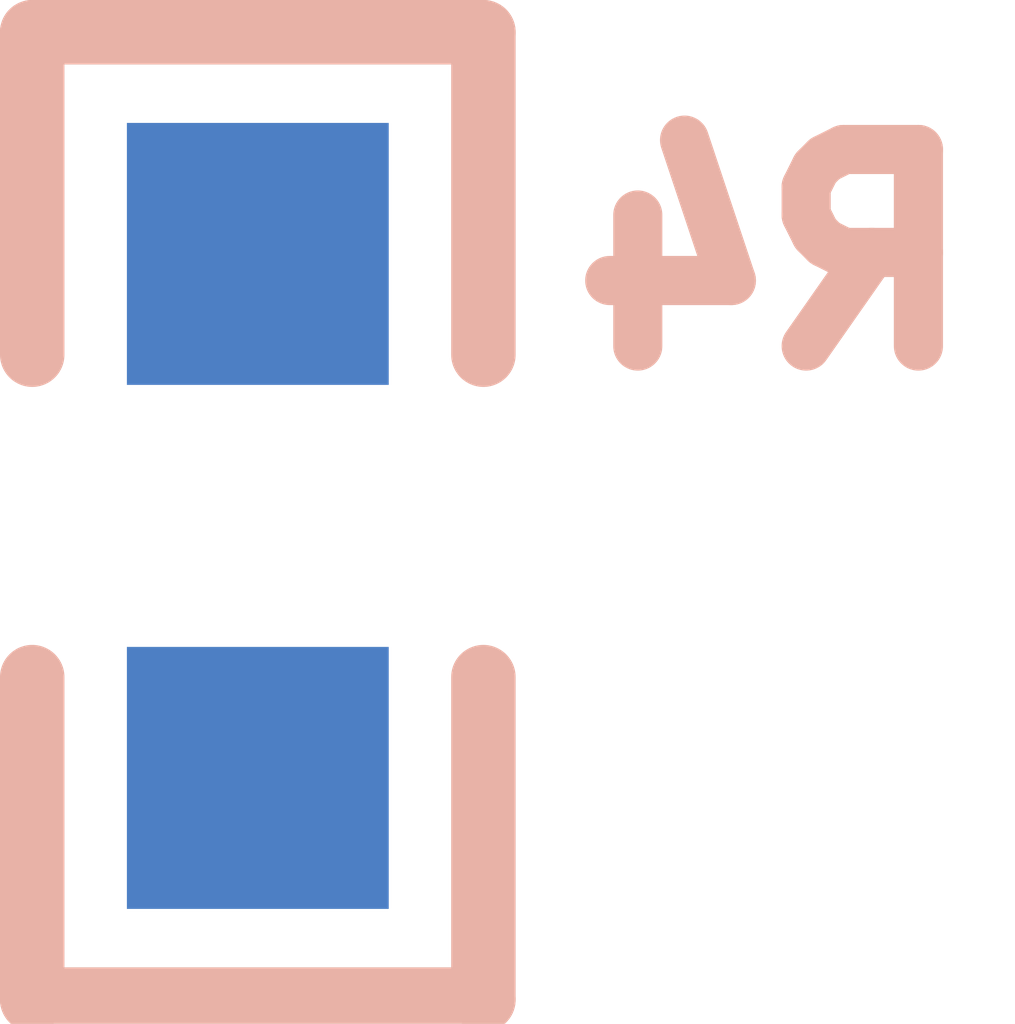
<source format=kicad_pcb>
(kicad_pcb (version 4) (host pcbnew 4.0.2-stable)

  (general
    (links 508)
    (no_connects 0)
    (area 59.924999 24.924999 125.075001 131.575001)
    (thickness 1.6)
    (drawings 156)
    (tracks 2057)
    (zones 0)
    (modules 244)
    (nets 165)
  )

  (page A4)
  (layers
    (0 F.Cu signal)
    (31 B.Cu signal)
    (32 B.Adhes user)
    (33 F.Adhes user)
    (34 B.Paste user)
    (35 F.Paste user)
    (36 B.SilkS user)
    (37 F.SilkS user)
    (38 B.Mask user)
    (39 F.Mask user)
    (40 Dwgs.User user)
    (41 Cmts.User user)
    (42 Eco1.User user hide)
    (43 Eco2.User user hide)
    (44 Edge.Cuts user)
    (45 Margin user)
    (46 B.CrtYd user)
    (47 F.CrtYd user)
    (48 B.Fab user)
    (49 F.Fab user)
  )

  (setup
    (last_trace_width 0.25)
    (user_trace_width 0.25)
    (user_trace_width 0.35)
    (user_trace_width 0.6)
    (user_trace_width 0.8)
    (trace_clearance 0.2)
    (zone_clearance 0.254)
    (zone_45_only yes)
    (trace_min 0.2)
    (segment_width 0.2)
    (edge_width 0.15)
    (via_size 0.85)
    (via_drill 0.45)
    (via_min_size 0.4)
    (via_min_drill 0.3)
    (uvia_size 0.3)
    (uvia_drill 0.1)
    (uvias_allowed no)
    (uvia_min_size 0.2)
    (uvia_min_drill 0.1)
    (pcb_text_width 0.3)
    (pcb_text_size 1.5 1.5)
    (mod_edge_width 0.15)
    (mod_text_size 1 1)
    (mod_text_width 0.15)
    (pad_size 1.524 1.524)
    (pad_drill 0.762)
    (pad_to_mask_clearance 0.01)
    (aux_axis_origin 0 0)
    (visible_elements 7FFFF77F)
    (pcbplotparams
      (layerselection 0x00010_00000000)
      (usegerberextensions true)
      (excludeedgelayer true)
      (linewidth 0.100000)
      (plotframeref false)
      (viasonmask false)
      (mode 1)
      (useauxorigin false)
      (hpglpennumber 1)
      (hpglpenspeed 20)
      (hpglpendiameter 15)
      (hpglpenoverlay 2)
      (psnegative false)
      (psa4output false)
      (plotreference true)
      (plotvalue false)
      (plotinvisibletext false)
      (padsonsilk false)
      (subtractmaskfromsilk true)
      (outputformat 1)
      (mirror false)
      (drillshape 0)
      (scaleselection 1)
      (outputdirectory Gerbers/))
  )

  (net 0 "")
  (net 1 GND)
  (net 2 "Net-(C3-Pad1)")
  (net 3 "Net-(C3-Pad2)")
  (net 4 +12V)
  (net 5 -12V)
  (net 6 "Net-(C10-Pad1)")
  (net 7 "Net-(C10-Pad2)")
  (net 8 "Net-(C15-Pad1)")
  (net 9 "Net-(C15-Pad2)")
  (net 10 "Net-(C18-Pad1)")
  (net 11 "Net-(C18-Pad2)")
  (net 12 "Net-(C21-Pad1)")
  (net 13 "Net-(C22-Pad1)")
  (net 14 "Net-(C22-Pad2)")
  (net 15 "Net-(C27-Pad1)")
  (net 16 "Net-(C27-Pad2)")
  (net 17 PINK_NOISE)
  (net 18 "Net-(C30-Pad2)")
  (net 19 WHITE_NOISE)
  (net 20 "Net-(C31-Pad2)")
  (net 21 "Net-(C32-Pad1)")
  (net 22 "Net-(C33-Pad1)")
  (net 23 "Net-(C33-Pad2)")
  (net 24 "Net-(C34-Pad1)")
  (net 25 "Net-(C34-Pad2)")
  (net 26 "Net-(C35-Pad1)")
  (net 27 "Net-(C35-Pad2)")
  (net 28 "Net-(C36-Pad1)")
  (net 29 "Net-(C36-Pad2)")
  (net 30 "Net-(C37-Pad1)")
  (net 31 "Net-(C37-Pad2)")
  (net 32 "Net-(C41-Pad1)")
  (net 33 "Net-(C42-Pad1)")
  (net 34 "Net-(C43-Pad1)")
  (net 35 "Net-(C44-Pad1)")
  (net 36 "Net-(D5-Pad1)")
  (net 37 "Net-(D7-Pad1)")
  (net 38 "Net-(D7-Pad2)")
  (net 39 "Net-(D8-Pad1)")
  (net 40 LFO_PULSE)
  (net 41 "Net-(D9-Pad2)")
  (net 42 "Net-(D10-Pad2)")
  (net 43 "Net-(D11-Pad2)")
  (net 44 "Net-(D12-Pad1)")
  (net 45 "Net-(D12-Pad2)")
  (net 46 "Net-(D13-Pad2)")
  (net 47 "Net-(D14-Pad2)")
  (net 48 "Net-(D15-Pad2)")
  (net 49 "Net-(D16-Pad2)")
  (net 50 "Net-(D17-Pad2)")
  (net 51 "Net-(D18-Pad2)")
  (net 52 "Net-(D19-Pad2)")
  (net 53 "Net-(D20-Pad2)")
  (net 54 "Net-(J1-Pad3)")
  (net 55 "Net-(J1-Pad2)")
  (net 56 "Net-(J3-Pad2)")
  (net 57 "Net-(J4-Pad2)")
  (net 58 "Net-(J5-Pad3)")
  (net 59 "Net-(J5-Pad2)")
  (net 60 "Net-(J8-Pad3)")
  (net 61 "Net-(J8-Pad2)")
  (net 62 "Net-(J9-Pad3)")
  (net 63 "Net-(J10-Pad3)")
  (net 64 "Net-(J10-Pad2)")
  (net 65 "Net-(J11-Pad2)")
  (net 66 "Net-(Q1-Pad3)")
  (net 67 "Net-(Q2-Pad2)")
  (net 68 "Net-(Q3-Pad1)")
  (net 69 "Net-(Q3-Pad3)")
  (net 70 "Net-(Q3-Pad6)")
  (net 71 "Net-(Q4-Pad1)")
  (net 72 "Net-(Q5-Pad1)")
  (net 73 "Net-(Q5-Pad2)")
  (net 74 "Net-(Q5-Pad3)")
  (net 75 "Net-(Q6-Pad3)")
  (net 76 "Net-(Q6-Pad6)")
  (net 77 "Net-(Q9-Pad1)")
  (net 78 "Net-(Q10-Pad3)")
  (net 79 "Net-(Q11-Pad1)")
  (net 80 "Net-(Q12-Pad3)")
  (net 81 "Net-(Q12-Pad2)")
  (net 82 "Net-(Q13-Pad1)")
  (net 83 "Net-(Q14-Pad2)")
  (net 84 "Net-(Q15-Pad2)")
  (net 85 "Net-(Q16-Pad2)")
  (net 86 "Net-(Q16-Pad1)")
  (net 87 "Net-(R4-Pad1)")
  (net 88 "Net-(R13-Pad1)")
  (net 89 "Net-(R9-Pad2)")
  (net 90 "Net-(R12-Pad1)")
  (net 91 "Net-(R13-Pad2)")
  (net 92 "Net-(R14-Pad1)")
  (net 93 "Net-(R14-Pad2)")
  (net 94 "Net-(R30-Pad2)")
  (net 95 "Net-(R34-Pad1)")
  (net 96 "Net-(R36-Pad2)")
  (net 97 "Net-(R42-Pad1)")
  (net 98 "Net-(R44-Pad1)")
  (net 99 "Net-(R45-Pad1)")
  (net 100 LFO)
  (net 101 "Net-(R47-Pad1)")
  (net 102 "Net-(R48-Pad2)")
  (net 103 "Net-(R49-Pad2)")
  (net 104 "Net-(R52-Pad1)")
  (net 105 "Net-(R55-Pad2)")
  (net 106 "Net-(R58-Pad1)")
  (net 107 "Net-(R59-Pad2)")
  (net 108 "Net-(R61-Pad2)")
  (net 109 "Net-(R64-Pad2)")
  (net 110 "Net-(R66-Pad2)")
  (net 111 "Net-(R67-Pad2)")
  (net 112 "Net-(R69-Pad2)")
  (net 113 "Net-(R70-Pad1)")
  (net 114 LFO_TRI)
  (net 115 LFO_SINE)
  (net 116 "Net-(R74-Pad2)")
  (net 117 "Net-(R75-Pad1)")
  (net 118 "Net-(R79-Pad2)")
  (net 119 LFO_RAMP)
  (net 120 "Net-(R85-Pad1)")
  (net 121 SAMPLE)
  (net 122 "Net-(R94-Pad1)")
  (net 123 "Net-(R96-Pad2)")
  (net 124 "Net-(R97-Pad2)")
  (net 125 "Net-(R102-Pad1)")
  (net 126 "Net-(R104-Pad1)")
  (net 127 "Net-(R104-Pad2)")
  (net 128 "Net-(R106-Pad2)")
  (net 129 "Net-(R107-Pad2)")
  (net 130 "Net-(R108-Pad1)")
  (net 131 "Net-(U1-Pad2)")
  (net 132 "Net-(U1-Pad15)")
  (net 133 "Net-(U6-Pad2)")
  (net 134 "Net-(U6-Pad4)")
  (net 135 "Net-(U6-Pad6)")
  (net 136 "Net-(U6-Pad8)")
  (net 137 "Net-(U6-Pad10)")
  (net 138 "Net-(U6-Pad12)")
  (net 139 "Net-(U13-Pad1)")
  (net 140 "Net-(U7-Pad13)")
  (net 141 "Net-(U7-Pad14)")
  (net 142 "Net-(U13-Pad16)")
  (net 143 "Net-(U14-Pad1)")
  (net 144 "Net-(U8-Pad13)")
  (net 145 "Net-(U8-Pad14)")
  (net 146 "Net-(U14-Pad16)")
  (net 147 "Net-(VR2-Pad1)")
  (net 148 "Net-(VR7-Pad1)")
  (net 149 S&H_INT_CLK)
  (net 150 "Net-(D22-Pad1)")
  (net 151 "Net-(J9-Pad2)")
  (net 152 "Net-(Q6-Pad5)")
  (net 153 "Net-(R1-Pad1)")
  (net 154 "Net-(R2-Pad1)")
  (net 155 "Net-(R89-Pad2)")
  (net 156 "Net-(R109-Pad2)")
  (net 157 "Net-(SW3-Pad3)")
  (net 158 "Net-(J11-Pad3)")
  (net 159 "Net-(R110-Pad2)")
  (net 160 +10V)
  (net 161 "Net-(C2-Pad1)")
  (net 162 "Net-(D24-Pad3)")
  (net 163 "Net-(F1-Pad1)")
  (net 164 "Net-(F2-Pad1)")

  (net_class Default "This is the default net class."
    (clearance 0.2)
    (trace_width 0.25)
    (via_dia 0.85)
    (via_drill 0.45)
    (uvia_dia 0.3)
    (uvia_drill 0.1)
    (add_net +10V)
    (add_net GND)
    (add_net "Net-(C10-Pad1)")
    (add_net "Net-(C10-Pad2)")
    (add_net "Net-(C15-Pad1)")
    (add_net "Net-(C15-Pad2)")
    (add_net "Net-(C18-Pad1)")
    (add_net "Net-(C18-Pad2)")
    (add_net "Net-(C2-Pad1)")
    (add_net "Net-(C21-Pad1)")
    (add_net "Net-(C22-Pad1)")
    (add_net "Net-(C22-Pad2)")
    (add_net "Net-(C27-Pad1)")
    (add_net "Net-(C27-Pad2)")
    (add_net "Net-(C3-Pad1)")
    (add_net "Net-(C3-Pad2)")
    (add_net "Net-(C30-Pad2)")
    (add_net "Net-(C31-Pad2)")
    (add_net "Net-(C32-Pad1)")
    (add_net "Net-(C33-Pad1)")
    (add_net "Net-(C33-Pad2)")
    (add_net "Net-(C34-Pad1)")
    (add_net "Net-(C34-Pad2)")
    (add_net "Net-(C35-Pad1)")
    (add_net "Net-(C35-Pad2)")
    (add_net "Net-(C36-Pad1)")
    (add_net "Net-(C36-Pad2)")
    (add_net "Net-(C37-Pad1)")
    (add_net "Net-(C37-Pad2)")
    (add_net "Net-(C41-Pad1)")
    (add_net "Net-(C42-Pad1)")
    (add_net "Net-(C43-Pad1)")
    (add_net "Net-(C44-Pad1)")
    (add_net "Net-(D10-Pad2)")
    (add_net "Net-(D11-Pad2)")
    (add_net "Net-(D12-Pad1)")
    (add_net "Net-(D12-Pad2)")
    (add_net "Net-(D13-Pad2)")
    (add_net "Net-(D14-Pad2)")
    (add_net "Net-(D15-Pad2)")
    (add_net "Net-(D16-Pad2)")
    (add_net "Net-(D17-Pad2)")
    (add_net "Net-(D18-Pad2)")
    (add_net "Net-(D19-Pad2)")
    (add_net "Net-(D20-Pad2)")
    (add_net "Net-(D22-Pad1)")
    (add_net "Net-(D24-Pad3)")
    (add_net "Net-(D5-Pad1)")
    (add_net "Net-(D7-Pad1)")
    (add_net "Net-(D7-Pad2)")
    (add_net "Net-(D8-Pad1)")
    (add_net "Net-(D9-Pad2)")
    (add_net "Net-(F1-Pad1)")
    (add_net "Net-(F2-Pad1)")
    (add_net "Net-(J1-Pad2)")
    (add_net "Net-(J1-Pad3)")
    (add_net "Net-(J10-Pad2)")
    (add_net "Net-(J10-Pad3)")
    (add_net "Net-(J11-Pad2)")
    (add_net "Net-(J11-Pad3)")
    (add_net "Net-(J3-Pad2)")
    (add_net "Net-(J4-Pad2)")
    (add_net "Net-(J5-Pad2)")
    (add_net "Net-(J5-Pad3)")
    (add_net "Net-(J8-Pad2)")
    (add_net "Net-(J8-Pad3)")
    (add_net "Net-(J9-Pad2)")
    (add_net "Net-(J9-Pad3)")
    (add_net "Net-(Q1-Pad3)")
    (add_net "Net-(Q10-Pad3)")
    (add_net "Net-(Q11-Pad1)")
    (add_net "Net-(Q12-Pad2)")
    (add_net "Net-(Q12-Pad3)")
    (add_net "Net-(Q13-Pad1)")
    (add_net "Net-(Q14-Pad2)")
    (add_net "Net-(Q15-Pad2)")
    (add_net "Net-(Q16-Pad1)")
    (add_net "Net-(Q16-Pad2)")
    (add_net "Net-(Q2-Pad2)")
    (add_net "Net-(Q3-Pad1)")
    (add_net "Net-(Q3-Pad3)")
    (add_net "Net-(Q3-Pad6)")
    (add_net "Net-(Q4-Pad1)")
    (add_net "Net-(Q5-Pad1)")
    (add_net "Net-(Q5-Pad2)")
    (add_net "Net-(Q5-Pad3)")
    (add_net "Net-(Q6-Pad3)")
    (add_net "Net-(Q6-Pad5)")
    (add_net "Net-(Q6-Pad6)")
    (add_net "Net-(Q9-Pad1)")
    (add_net "Net-(R1-Pad1)")
    (add_net "Net-(R102-Pad1)")
    (add_net "Net-(R104-Pad1)")
    (add_net "Net-(R104-Pad2)")
    (add_net "Net-(R106-Pad2)")
    (add_net "Net-(R107-Pad2)")
    (add_net "Net-(R108-Pad1)")
    (add_net "Net-(R109-Pad2)")
    (add_net "Net-(R110-Pad2)")
    (add_net "Net-(R12-Pad1)")
    (add_net "Net-(R13-Pad1)")
    (add_net "Net-(R13-Pad2)")
    (add_net "Net-(R14-Pad1)")
    (add_net "Net-(R14-Pad2)")
    (add_net "Net-(R2-Pad1)")
    (add_net "Net-(R30-Pad2)")
    (add_net "Net-(R34-Pad1)")
    (add_net "Net-(R36-Pad2)")
    (add_net "Net-(R4-Pad1)")
    (add_net "Net-(R42-Pad1)")
    (add_net "Net-(R44-Pad1)")
    (add_net "Net-(R45-Pad1)")
    (add_net "Net-(R47-Pad1)")
    (add_net "Net-(R48-Pad2)")
    (add_net "Net-(R49-Pad2)")
    (add_net "Net-(R52-Pad1)")
    (add_net "Net-(R55-Pad2)")
    (add_net "Net-(R58-Pad1)")
    (add_net "Net-(R59-Pad2)")
    (add_net "Net-(R61-Pad2)")
    (add_net "Net-(R64-Pad2)")
    (add_net "Net-(R66-Pad2)")
    (add_net "Net-(R67-Pad2)")
    (add_net "Net-(R69-Pad2)")
    (add_net "Net-(R70-Pad1)")
    (add_net "Net-(R74-Pad2)")
    (add_net "Net-(R75-Pad1)")
    (add_net "Net-(R79-Pad2)")
    (add_net "Net-(R85-Pad1)")
    (add_net "Net-(R89-Pad2)")
    (add_net "Net-(R9-Pad2)")
    (add_net "Net-(R94-Pad1)")
    (add_net "Net-(R96-Pad2)")
    (add_net "Net-(R97-Pad2)")
    (add_net "Net-(SW3-Pad3)")
    (add_net "Net-(U1-Pad15)")
    (add_net "Net-(U1-Pad2)")
    (add_net "Net-(U13-Pad1)")
    (add_net "Net-(U13-Pad16)")
    (add_net "Net-(U14-Pad1)")
    (add_net "Net-(U14-Pad16)")
    (add_net "Net-(U6-Pad10)")
    (add_net "Net-(U6-Pad12)")
    (add_net "Net-(U6-Pad2)")
    (add_net "Net-(U6-Pad4)")
    (add_net "Net-(U6-Pad6)")
    (add_net "Net-(U6-Pad8)")
    (add_net "Net-(U7-Pad13)")
    (add_net "Net-(U7-Pad14)")
    (add_net "Net-(U8-Pad13)")
    (add_net "Net-(U8-Pad14)")
    (add_net "Net-(VR2-Pad1)")
    (add_net "Net-(VR7-Pad1)")
    (add_net PINK_NOISE)
    (add_net S&H_INT_CLK)
    (add_net SAMPLE)
    (add_net WHITE_NOISE)
  )

  (net_class POWER ""
    (clearance 0.25)
    (trace_width 0.35)
    (via_dia 0.85)
    (via_drill 0.45)
    (uvia_dia 0.3)
    (uvia_drill 0.1)
    (add_net +12V)
    (add_net -12V)
  )

  (net_class SIGNAL ""
    (clearance 0.2)
    (trace_width 0.35)
    (via_dia 0.85)
    (via_drill 0.45)
    (uvia_dia 0.3)
    (uvia_drill 0.1)
    (add_net LFO)
    (add_net LFO_PULSE)
    (add_net LFO_RAMP)
    (add_net LFO_SINE)
    (add_net LFO_TRI)
  )

  (module MyModules:SM0603-R-YAGEO (layer B.Cu) (tedit 5AA54555)
  (at 110.4 64.9509 270)
    (path /56F4ABDA)
    (fp_text reference R4 (at -0.8009 -1.6 360) (layer B.SilkS)
      (effects (font (size 0.6096 0.6096) (thickness 0.1524)) (justify mirror))
    )
    (fp_text value 180K (at 0 0 270) (layer B.SilkS) hide
      (effects (font (size 0.508 0.4572) (thickness 0.1143)) (justify mirror))
    )
    (attr smd)
  (fp_line (start -1.5 -0.7) (end -0.5 -0.7) (layer B.SilkS) (width 0.2))
  (fp_line (start 1.5 0.7) (end 1.5 -0.7) (layer B.SilkS) (width 0.2))
  (fp_line (start -1.5 -0.7) (end -1.5 0.7) (layer B.SilkS) (width 0.2))
  (fp_line (start -1.5 0.7) (end -0.5 0.7) (layer B.SilkS) (width 0.2))
  (fp_line (start 0.5 -0.7) (end 1.5 -0.7) (layer B.SilkS) (width 0.2))
  (fp_line (start 0.5 0.7) (end 1.5 0.7) (layer B.SilkS) (width 0.2))
  (pad 1 smd rect (at -0.8125 0) (size 0.8125 0.8125) (layers B.Cu B.Paste B.Mask)(net 87 "Net-(R4-Pad1)"))
  (pad 2 smd rect (at 0.8125 0) (size 0.8125 0.8125) (layers B.Cu B.Paste B.Mask)(net 88 "Net-(R13-Pad1)"))
  (model Resistors_SMD.3dshapes/R_0603.wrl
    (at (xyz 0 0 0.001))
    (scale (xyz 1 1 1))
    (rotate (xyz 0 0 0))
  )
))
</source>
